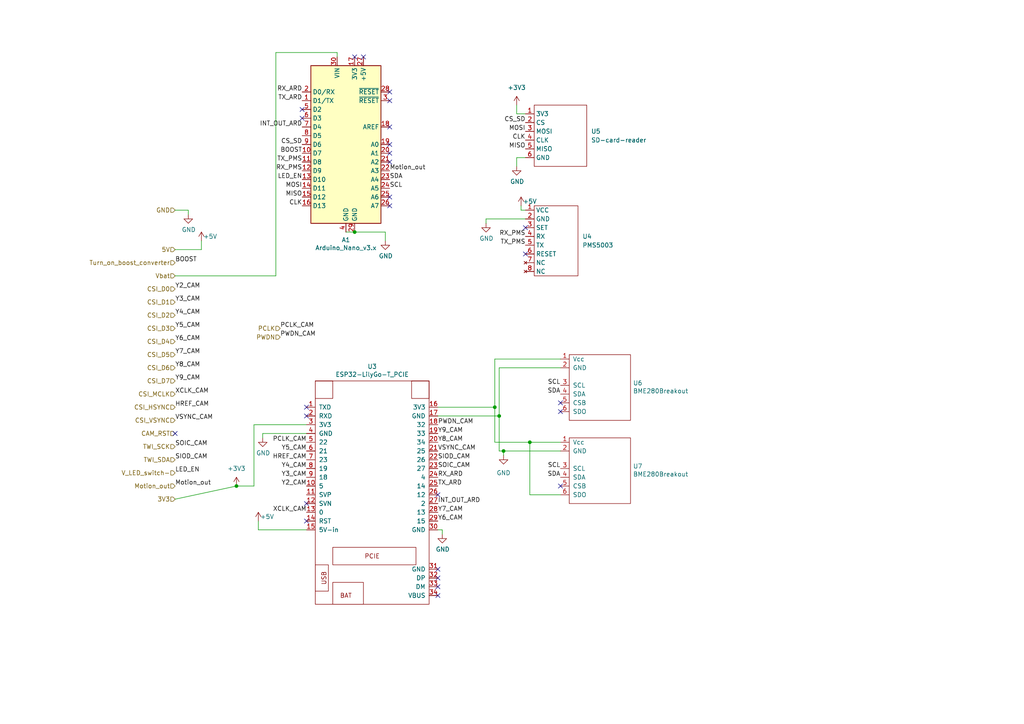
<source format=kicad_sch>
(kicad_sch (version 20211123) (generator eeschema)
  (paper "A4")
  (lib_symbols
    (symbol "MCU_Module:Arduino_Nano_v3.x"
      (property "Reference" "A" (at -10.16 23.495 0))
      (property "Value" "Arduino_Nano_v3.x" (at 5.08 -24.13 0))
      (symbol "Arduino_Nano_v3.x_0_1"
        (rectangle (start -10.16 22.86) (end 10.16 -22.86) (stroke (width 0.254)) (fill (type background)))
      )
      (symbol "Arduino_Nano_v3.x_1_1"
        (pin bidirectional line (at -12.7 12.7 0) (length 2.54) (name "D1/TX") (number "1"))
        (pin bidirectional line (at -12.7 -2.54 0) (length 2.54) (name "D7") (number "10"))
        (pin bidirectional line (at -12.7 -5.08 0) (length 2.54) (name "D8") (number "11"))
        (pin bidirectional line (at -12.7 -7.62 0) (length 2.54) (name "D9") (number "12"))
        (pin bidirectional line (at -12.7 -10.16 0) (length 2.54) (name "D10") (number "13"))
        (pin bidirectional line (at -12.7 -12.7 0) (length 2.54) (name "D11") (number "14"))
        (pin bidirectional line (at -12.7 -15.24 0) (length 2.54) (name "D12") (number "15"))
        (pin bidirectional line (at -12.7 -17.78 0) (length 2.54) (name "D13") (number "16"))
        (pin power_out line (at 2.54 25.4 270) (length 2.54) (name "3V3") (number "17"))
        (pin input line (at 12.7 5.08 180) (length 2.54) (name "AREF") (number "18"))
        (pin bidirectional line (at 12.7 0 180) (length 2.54) (name "A0") (number "19"))
        (pin bidirectional line (at -12.7 15.24 0) (length 2.54) (name "D0/RX") (number "2"))
        (pin bidirectional line (at 12.7 -2.54 180) (length 2.54) (name "A1") (number "20"))
        (pin bidirectional line (at 12.7 -5.08 180) (length 2.54) (name "A2") (number "21"))
        (pin bidirectional line (at 12.7 -7.62 180) (length 2.54) (name "A3") (number "22"))
        (pin bidirectional line (at 12.7 -10.16 180) (length 2.54) (name "A4") (number "23"))
        (pin bidirectional line (at 12.7 -12.7 180) (length 2.54) (name "A5") (number "24"))
        (pin bidirectional line (at 12.7 -15.24 180) (length 2.54) (name "A6") (number "25"))
        (pin bidirectional line (at 12.7 -17.78 180) (length 2.54) (name "A7") (number "26"))
        (pin power_out line (at 5.08 25.4 270) (length 2.54) (name "+5V") (number "27"))
        (pin input line (at 12.7 15.24 180) (length 2.54) (name "~{RESET}") (number "28"))
        (pin power_in line (at 2.54 -25.4 90) (length 2.54) (name "GND") (number "29"))
        (pin input line (at 12.7 12.7 180) (length 2.54) (name "~{RESET}") (number "3"))
        (pin power_in line (at -2.54 25.4 270) (length 2.54) (name "VIN") (number "30"))
        (pin power_in line (at 0 -25.4 90) (length 2.54) (name "GND") (number "4"))
        (pin bidirectional line (at -12.7 10.16 0) (length 2.54) (name "D2") (number "5"))
        (pin bidirectional line (at -12.7 7.62 0) (length 2.54) (name "D3") (number "6"))
        (pin bidirectional line (at -12.7 5.08 0) (length 2.54) (name "D4") (number "7"))
        (pin bidirectional line (at -12.7 2.54 0) (length 2.54) (name "D5") (number "8"))
        (pin bidirectional line (at -12.7 0 0) (length 2.54) (name "D6") (number "9"))
      )
    )
    (symbol "power:+3V3" (power) (pin_names (offset 0))
      (property "Value" "+3V3" (at 0 3.556 0))
      (symbol "+3V3_0_1"
        (polyline (pts (xy -0.762 1.27) (xy 0 2.54)))
        (polyline (pts (xy 0 0) (xy 0 2.54)))
        (polyline (pts (xy 0 2.54) (xy 0.762 1.27)))
      )
      (symbol "+3V3_1_1"
        (pin power_in line (at 0 0 90) (length 0) hide (name "+3V3") (number "1"))
      )
    )
    (symbol "power:+5V" (power) (pin_names (offset 0))
      (property "Value" "+5V" (at 0 3.556 0))
      (symbol "+5V_0_1"
        (polyline (pts (xy -0.762 1.27) (xy 0 2.54)))
        (polyline (pts (xy 0 0) (xy 0 2.54)))
        (polyline (pts (xy 0 2.54) (xy 0.762 1.27)))
      )
      (symbol "+5V_1_1"
        (pin power_in line (at 0 0 90) (length 0) hide (name "+5V") (number "1"))
      )
    )
    (symbol "power:GND" (power) (pin_names (offset 0))
      (property "Value" "GND" (at 0 -3.81 0))
      (symbol "GND_0_1"
        (polyline (pts (xy 0 0) (xy 0 -1.27) (xy 1.27 -1.27) (xy 0 -2.54) (xy -1.27 -1.27) (xy 0 -1.27)))
      )
      (symbol "GND_1_1"
        (pin power_in line (at 0 0 270) (length 0) hide (name "GND") (number "1"))
      )
    )
    (symbol "vogelhuisje_kicad-cache:PMS5003"
      (property "Reference" "U" (at 0 -12.7 0))
      (property "Value" "PMS5003" (at 0 10.16 0))
      (symbol "PMS5003_0_1"
        (rectangle (start -6.35 8.89) (end 6.35 -11.43))
      )
      (symbol "PMS5003_1_1"
        (pin power_in line (at -8.89 7.62 0) (length 2.54) (name "VCC") (number "1"))
        (pin power_in line (at -8.89 5.08 0) (length 2.54) (name "GND") (number "2"))
        (pin input line (at -8.89 2.54 0) (length 2.54) (name "SET") (number "3"))
        (pin input line (at -8.89 0 0) (length 2.54) (name "RX") (number "4"))
        (pin output line (at -8.89 -2.54 0) (length 2.54) (name "TX") (number "5"))
        (pin input line (at -8.89 -5.08 0) (length 2.54) (name "RESET") (number "6"))
        (pin no_connect line (at -8.89 -7.62 0) (length 2.54) (name "NC") (number "7"))
        (pin no_connect line (at -8.89 -10.16 0) (length 2.54) (name "NC") (number "8"))
      )
    )
    (symbol "vogelhuisje_kicad-cache:SD-card-reader"
      (property "Reference" "U5" (at 8.89 0.0001 0))
      (property "Value" "SD-card-reader" (at 8.89 -2.5399 0))
      (symbol "SD-card-reader_0_1"
        (rectangle (start -7.62 7.62) (end 7.62 -10.16))
      )
      (symbol "SD-card-reader_1_1"
        (pin power_in line (at -10.16 5.08 0) (length 2.54) (name "3V3") (number "1"))
        (pin input line (at -10.16 2.54 0) (length 2.54) (name "CS") (number "2"))
        (pin input line (at -10.16 0 0) (length 2.54) (name "MOSI") (number "3"))
        (pin input line (at -10.16 -2.54 0) (length 2.54) (name "CLK") (number "4"))
        (pin output line (at -10.16 -5.08 0) (length 2.54) (name "MISO") (number "5"))
        (pin power_in line (at -10.16 -7.62 0) (length 2.54) (name "GND") (number "6"))
      )
    )
    (symbol "voglehuisje_sensors_and_ESP:BME280Breakout" (pin_names (offset 1.016))
      (property "Reference" "U" (at 0 0 0))
      (property "Value" "voglehuisje_sensors_and_ESP_BME280Breakout" (at 0 3.81 0))
      (symbol "BME280Breakout_0_1"
        (rectangle (start 8.89 10.16) (end -8.89 -8.89))
      )
      (symbol "BME280Breakout_1_1"
        (pin input line (at -11.43 8.89 0) (length 2.54) (name "Vcc") (number "1"))
        (pin input line (at -11.43 6.35 0) (length 2.54) (name "GND") (number "2"))
        (pin bidirectional line (at -11.43 1.27 0) (length 2.54) (name "SCL") (number "3"))
        (pin bidirectional line (at -11.43 -1.27 0) (length 2.54) (name "SDA") (number "4"))
        (pin bidirectional line (at -11.43 -3.81 0) (length 2.54) (name "CSB") (number "5"))
        (pin bidirectional line (at -11.43 -6.35 0) (length 2.54) (name "SDO") (number "6"))
      )
    )
    (symbol "voglehuisje_sensors_and_ESP:ESP32-LilyGo-T_PCIE" (pin_names (offset 1.016))
      (property "Reference" "U3" (at 1.27 46.101 0))
      (property "Value" "ESP32-LilyGo-T_PCIE" (at 1.27 43.7896 0))
      (symbol "ESP32-LilyGo-T_PCIE_0_0"
        (text "BAT" (at -6.35 -20.32 0) (effects (font (size 1.27 1.27))))
        (text "PCIE" (at 1.27 -8.89 0) (effects (font (size 1.27 1.27))))
        (text "USB" (at -12.7 -15.24 900) (effects (font (size 1.27 1.27))))
      )
      (symbol "ESP32-LilyGo-T_PCIE_0_1"
        (rectangle (start -15.24 -11.43) (end -11.43 -19.05))
        (rectangle (start -15.24 41.91) (end -10.16 36.83))
        (rectangle (start -15.24 41.91) (end 17.78 -22.86))
        (rectangle (start -10.16 -22.86) (end -1.27 -16.51))
        (rectangle (start -10.16 -11.43) (end 13.97 -6.35))
        (rectangle (start 17.78 41.91) (end 12.7 36.83))
      )
      (symbol "ESP32-LilyGo-T_PCIE_1_1"
        (pin output line (at -17.78 34.29 0) (length 2.54) (name "TXD") (number "1"))
        (pin bidirectional line (at -17.78 11.43 0) (length 2.54) (name "5") (number "10"))
        (pin bidirectional line (at -17.78 8.89 0) (length 2.54) (name "SVP") (number "11"))
        (pin bidirectional line (at -17.78 6.35 0) (length 2.54) (name "SVN") (number "12"))
        (pin bidirectional line (at -17.78 3.81 0) (length 2.54) (name "0") (number "13"))
        (pin input line (at -17.78 1.27 0) (length 2.54) (name "RST") (number "14"))
        (pin power_in line (at -17.78 -1.27 0) (length 2.54) (name "5V-in") (number "15"))
        (pin power_out line (at 20.32 34.29 180) (length 2.54) (name "3V3") (number "16"))
        (pin power_out line (at 20.32 31.75 180) (length 2.54) (name "GND") (number "17"))
        (pin bidirectional line (at 20.32 29.21 180) (length 2.54) (name "32") (number "18"))
        (pin bidirectional line (at 20.32 26.67 180) (length 2.54) (name "33") (number "19"))
        (pin input line (at -17.78 31.75 0) (length 2.54) (name "RXD") (number "2"))
        (pin bidirectional line (at 20.32 24.13 180) (length 2.54) (name "34") (number "20"))
        (pin bidirectional line (at 20.32 21.59 180) (length 2.54) (name "25") (number "21"))
        (pin bidirectional line (at 20.32 19.05 180) (length 2.54) (name "26") (number "22"))
        (pin bidirectional line (at 20.32 16.51 180) (length 2.54) (name "27") (number "23"))
        (pin bidirectional line (at 20.32 13.97 180) (length 2.54) (name "4") (number "24"))
        (pin bidirectional line (at 20.32 11.43 180) (length 2.54) (name "14") (number "25"))
        (pin bidirectional line (at 20.32 8.89 180) (length 2.54) (name "12") (number "26"))
        (pin bidirectional line (at 20.32 6.35 180) (length 2.54) (name "2") (number "27"))
        (pin bidirectional line (at 20.32 3.81 180) (length 2.54) (name "13") (number "28"))
        (pin bidirectional line (at 20.32 1.27 180) (length 2.54) (name "15") (number "29"))
        (pin power_out line (at -17.78 29.21 0) (length 2.54) (name "3V3") (number "3"))
        (pin power_in line (at 20.32 -1.27 180) (length 2.54) (name "GND") (number "30"))
        (pin output line (at 20.32 -12.7 180) (length 2.54) (name "GND") (number "31"))
        (pin output line (at 20.32 -15.24 180) (length 2.54) (name "DP") (number "32"))
        (pin output line (at 20.32 -17.78 180) (length 2.54) (name "DM") (number "33"))
        (pin output line (at 20.32 -20.32 180) (length 2.54) (name "VBUS") (number "34"))
        (pin power_in line (at -17.78 26.67 0) (length 2.54) (name "GND") (number "4"))
        (pin bidirectional line (at -17.78 24.13 0) (length 2.54) (name "22") (number "5"))
        (pin bidirectional line (at -17.78 21.59 0) (length 2.54) (name "21") (number "6"))
        (pin bidirectional line (at -17.78 19.05 0) (length 2.54) (name "23") (number "7"))
        (pin bidirectional line (at -17.78 16.51 0) (length 2.54) (name "19") (number "8"))
        (pin bidirectional line (at -17.78 13.97 0) (length 2.54) (name "18") (number "9"))
      )
    )
  )
  (junction (at 153.67 128.27))
  (junction (at 68.58 140.97))
  (junction (at 102.87 67.31))
  (junction (at 143.51 118.11))
  (junction (at 146.05 130.81))
  (junction (at 144.78 120.65))
  (no_connect (at 127 143.51))
  (no_connect (at 50.8 125.73))
  (no_connect (at 88.9 151.13))
  (no_connect (at 88.9 146.05))
  (no_connect (at 127 165.1))
  (no_connect (at 127 167.64))
  (no_connect (at 127 170.18))
  (no_connect (at 127 172.72))
  (no_connect (at 113.03 46.99))
  (no_connect (at 113.03 59.69))
  (no_connect (at 113.03 57.15))
  (no_connect (at 113.03 26.67))
  (no_connect (at 113.03 29.21))
  (no_connect (at 113.03 36.83))
  (no_connect (at 113.03 41.91))
  (no_connect (at 113.03 44.45))
  (no_connect (at 87.63 34.29))
  (no_connect (at 87.63 31.75))
  (no_connect (at 102.87 16.51))
  (no_connect (at 152.4 66.04))
  (no_connect (at 152.4 73.66))
  (no_connect (at 105.41 16.51))
  (no_connect (at 162.56 119.38))
  (no_connect (at 162.56 116.84))
  (no_connect (at 162.56 140.97))
  (no_connect (at 88.9 118.11))
  (no_connect (at 88.9 120.65))
  (wire (pts (xy 143.51 128.27) (xy 153.67 128.27)))
  (wire (pts (xy 97.79 15.24) (xy 97.79 16.51)))
  (wire (pts (xy 100.33 67.31) (xy 102.87 67.31)))
  (wire (pts (xy 153.67 143.51) (xy 162.56 143.51)))
  (wire (pts (xy 144.78 130.81) (xy 146.05 130.81)))
  (wire (pts (xy 50.8 80.01) (xy 80.01 80.01)))
  (wire (pts (xy 149.86 30.48) (xy 149.86 33.02)))
  (wire (pts (xy 149.86 45.72) (xy 149.86 48.26)))
  (wire (pts (xy 140.97 63.5) (xy 152.4 63.5)))
  (wire (pts (xy 143.51 104.14) (xy 162.56 104.14)))
  (wire (pts (xy 128.27 153.67) (xy 127 153.67)))
  (wire (pts (xy 58.42 72.39) (xy 58.42 69.85)))
  (wire (pts (xy 73.66 140.97) (xy 73.66 123.19)))
  (wire (pts (xy 149.86 33.02) (xy 152.4 33.02)))
  (wire (pts (xy 140.97 63.5) (xy 140.97 64.77)))
  (wire (pts (xy 74.93 151.13) (xy 74.93 153.67)))
  (wire (pts (xy 152.4 45.72) (xy 149.86 45.72)))
  (wire (pts (xy 102.87 67.31) (xy 111.76 67.31)))
  (wire (pts (xy 144.78 106.68) (xy 162.56 106.68)))
  (wire (pts (xy 76.2 127) (xy 76.2 125.73)))
  (wire (pts (xy 54.61 60.96) (xy 54.61 62.23)))
  (wire (pts (xy 50.8 72.39) (xy 58.42 72.39)))
  (wire (pts (xy 151.13 60.96) (xy 152.4 60.96)))
  (wire (pts (xy 74.93 153.67) (xy 88.9 153.67)))
  (wire (pts (xy 128.27 154.94) (xy 128.27 153.67)))
  (wire (pts (xy 76.2 125.73) (xy 88.9 125.73)))
  (wire (pts (xy 153.67 128.27) (xy 153.67 143.51)))
  (wire (pts (xy 151.13 59.69) (xy 151.13 60.96)))
  (wire (pts (xy 73.66 123.19) (xy 88.9 123.19)))
  (wire (pts (xy 146.05 132.08) (xy 146.05 130.81)))
  (wire (pts (xy 80.01 15.24) (xy 97.79 15.24)))
  (wire (pts (xy 144.78 120.65) (xy 144.78 106.68)))
  (wire (pts (xy 146.05 130.81) (xy 162.56 130.81)))
  (wire (pts (xy 68.58 140.97) (xy 73.66 140.97)))
  (wire (pts (xy 153.67 128.27) (xy 162.56 128.27)))
  (wire (pts (xy 127 118.11) (xy 143.51 118.11)))
  (wire (pts (xy 111.76 67.31) (xy 111.76 69.85)))
  (wire (pts (xy 127 120.65) (xy 144.78 120.65)))
  (wire (pts (xy 50.8 60.96) (xy 54.61 60.96)))
  (wire (pts (xy 143.51 118.11) (xy 143.51 104.14)))
  (wire (pts (xy 144.78 120.65) (xy 144.78 130.81)))
  (wire (pts (xy 80.01 15.24) (xy 80.01 80.01)))
  (wire (pts (xy 50.8 144.78) (xy 68.58 140.97)))
  (wire (pts (xy 143.51 118.11) (xy 143.51 128.27)))
  (label "Y9_CAM" (at 50.8 110.49 0))
  (label "CLK" (at 152.4 40.64 180))
  (label "RX_ARD" (at 127 138.43 0))
  (label "Y8_CAM" (at 127 128.27 0))
  (label "Y3_CAM" (at 50.8 87.63 0))
  (label "SDA" (at 162.56 114.3 180))
  (label "TX_PMS" (at 87.63 46.99 180))
  (label "LED_EN" (at 87.63 52.07 180))
  (label "SCL" (at 113.03 54.61 0))
  (label "BOOST" (at 87.63 44.45 180))
  (label "XCLK_CAM" (at 88.9 148.59 180))
  (label "RX_PMS" (at 87.63 49.53 180))
  (label "TX_PMS" (at 152.4 71.12 180))
  (label "Y7_CAM" (at 127 148.59 0))
  (label "MOSI" (at 87.63 54.61 180))
  (label "Y6_CAM" (at 127 151.13 0))
  (label "Y3_CAM" (at 88.9 138.43 180))
  (label "MISO" (at 87.63 57.15 180))
  (label "CS_SD" (at 152.4 35.56 180))
  (label "MISO" (at 152.4 43.18 180))
  (label "RX_ARD" (at 87.63 26.67 180))
  (label "INT_OUT_ARD" (at 87.63 36.83 180))
  (label "Motion_out" (at 50.8 140.97 0))
  (label "HREF_CAM" (at 88.9 133.35 180))
  (label "TX_ARD" (at 87.63 29.21 180))
  (label "Y7_CAM" (at 50.8 102.87 0))
  (label "XCLK_CAM" (at 50.8 114.3 0))
  (label "SOIC_CAM" (at 127 135.89 0))
  (label "VSYNC_CAM" (at 127 130.81 0))
  (label "SIOD_CAM" (at 50.8 133.35 0))
  (label "Y5_CAM" (at 50.8 95.25 0))
  (label "Y4_CAM" (at 50.8 91.44 0))
  (label "Y8_CAM" (at 50.8 106.68 0))
  (label "CS_SD" (at 87.63 41.91 180))
  (label "SDA" (at 162.56 138.43 180))
  (label "LED_EN" (at 50.8 137.16 0))
  (label "PCLK_CAM" (at 88.9 128.27 180))
  (label "Y2_CAM" (at 88.9 140.97 180))
  (label "PCLK_CAM" (at 81.28 95.25 0))
  (label "TX_ARD" (at 127 140.97 0))
  (label "SDA" (at 113.03 52.07 0))
  (label "CLK" (at 87.63 59.69 180))
  (label "VSYNC_CAM" (at 50.8 121.92 0))
  (label "Y5_CAM" (at 88.9 130.81 180))
  (label "Y2_CAM" (at 50.8 83.82 0))
  (label "SOIC_CAM" (at 50.8 129.54 0))
  (label "HREF_CAM" (at 50.8 118.11 0))
  (label "Y6_CAM" (at 50.8 99.06 0))
  (label "Motion_out" (at 113.03 49.53 0))
  (label "PWDN_CAM" (at 81.28 97.79 0))
  (label "PWDN_CAM" (at 127 123.19 0))
  (label "MOSI" (at 152.4 38.1 180))
  (label "BOOST" (at 50.8 76.2 0))
  (label "INT_OUT_ARD" (at 127 146.05 0))
  (label "Y4_CAM" (at 88.9 135.89 180))
  (label "SCL" (at 162.56 135.89 180))
  (label "SCL" (at 162.56 111.76 180))
  (label "RX_PMS" (at 152.4 68.58 180))
  (label "Y9_CAM" (at 127 125.73 0))
  (label "SIOD_CAM" (at 127 133.35 0))
  (hierarchical_label "3V3" (shape input) (at 50.8 144.78 180))
  (hierarchical_label "PCLK" (shape input) (at 81.28 95.25 180))
  (hierarchical_label "GND" (shape input) (at 50.8 60.96 180))
  (hierarchical_label "PWDN" (shape input) (at 81.28 97.79 180))
  (hierarchical_label "CSI_HSYNC" (shape input) (at 50.8 118.11 180))
  (hierarchical_label "CSI_VSYNC" (shape input) (at 50.8 121.92 180))
  (hierarchical_label "Vbat" (shape input) (at 50.8 80.01 180))
  (hierarchical_label "Motion_out" (shape input) (at 50.8 140.97 180))
  (hierarchical_label "Turn_on_boost_converter" (shape input) (at 50.8 76.2 180))
  (hierarchical_label "CSI_D4" (shape input) (at 50.8 99.06 180))
  (hierarchical_label "CSI_D3" (shape input) (at 50.8 95.25 180))
  (hierarchical_label "CSI_MCLK" (shape input) (at 50.8 114.3 180))
  (hierarchical_label "CAM_RST" (shape input) (at 50.8 125.73 180))
  (hierarchical_label "V_LED_switch-" (shape input) (at 50.8 137.16 180))
  (hierarchical_label "5V" (shape input) (at 50.8 72.39 180))
  (hierarchical_label "TWI_SDA" (shape input) (at 50.8 133.35 180))
  (hierarchical_label "CSI_D7" (shape input) (at 50.8 110.49 180))
  (hierarchical_label "CSI_D1" (shape input) (at 50.8 87.63 180))
  (hierarchical_label "CSI_D2" (shape input) (at 50.8 91.44 180))
  (hierarchical_label "TWI_SCK" (shape input) (at 50.8 129.54 180))
  (hierarchical_label "CSI_D5" (shape input) (at 50.8 102.87 180))
  (hierarchical_label "CSI_D0" (shape input) (at 50.8 83.82 180))
  (hierarchical_label "CSI_D6" (shape input) (at 50.8 106.68 180))
  (symbol (lib_id "MCU_Module:Arduino_Nano_v3.x") (at 100.33 41.91 0) (unit 1)
    (property "Reference" "A1" (at 100.33 69.5706 0))
    (property "Value" "Arduino_Nano_v3.x" (at 100.33 71.882 0))
    (property "Footprint" "Module:Arduino_Nano" (effects hide))
    (property "Datasheet" "http://www.mouser.com/pdfdocs/Gravitech_Arduino_Nano3_0.pdf" (effects hide))
  )
  (symbol (lib_id "voglehuisje_sensors_and_ESP:ESP32-LilyGo-T_PCIE") (at 106.68 152.4 0) (unit 1)
    (property "Reference" "U3" (at 107.95 106.299 0))
    (property "Value" "ESP32-LilyGo-T_PCIE" (at 107.95 108.6104 0))
    (property "Footprint" "components:Lilygo_T_PCIE" (effects hide))
  )
  (symbol (lib_id "voglehuisje_sensors_and_ESP:BME280Breakout") (at 173.99 113.03 0) (unit 1)
    (property "Reference" "U6" (at 183.5912 111.0996 0) (effects (justify left)))
    (property "Value" "BME280Breakout" (at 183.5912 113.411 0) (effects (justify left)))
    (property "Footprint" "Connector_PinHeader_2.54mm:PinHeader_1x06_P2.54mm_Vertical" (effects hide))
  )
  (symbol (lib_id "voglehuisje_sensors_and_ESP:BME280Breakout") (at 173.99 137.16 0) (unit 1)
    (property "Reference" "U7" (at 183.5912 135.2296 0) (effects (justify left)))
    (property "Value" "BME280Breakout" (at 183.5912 137.541 0) (effects (justify left)))
    (property "Footprint" "Connector_PinHeader_2.54mm:PinHeader_1x06_P2.54mm_Vertical" (effects hide))
  )
  (symbol (lib_id "power:GND") (at 128.27 154.94 0) (unit 1)
    (property "Reference" "#PWR0119" (effects hide))
    (property "Value" "GND" (at 128.397 159.3342 0))
  )
  (symbol (lib_id "power:GND") (at 76.2 127 0) (unit 1)
    (property "Reference" "#PWR0117" (effects hide))
    (property "Value" "GND" (at 76.327 131.3942 0))
  )
  (symbol (lib_id "power:GND") (at 111.76 69.85 0) (unit 1)
    (property "Reference" "#PWR0111" (effects hide))
    (property "Value" "GND" (at 111.887 74.2442 0))
  )
  (symbol (lib_id "power:+3V3") (at 68.58 140.97 0) (unit 1)
    (property "Reference" "#PWR0116" (effects hide))
    (property "Value" "+3V3" (at 68.58 135.89 0))
  )
  (symbol (lib_id "power:+3V3") (at 149.86 30.48 0) (unit 1)
    (property "Reference" "#PWR0112" (effects hide))
    (property "Value" "+3V3" (at 149.86 25.4 0))
  )
  (symbol (lib_id "power:+5V") (at 58.42 69.85 0) (unit 1)
    (property "Reference" "#PWR0102" (effects hide))
    (property "Value" "+5V" (at 60.96 68.58 0))
  )
  (symbol (lib_id "vogelhuisje_kicad-cache:SD-card-reader") (at 162.56 38.1 0) (unit 1)
    (property "Reference" "U5" (at 171.45 38.0999 0) (effects (justify left)))
    (property "Value" "SD-card-reader" (at 171.45 40.6399 0) (effects (justify left)))
    (property "Footprint" "Connector_PinSocket_2.54mm:PinSocket_1x06_P2.54mm_Vertical" (effects hide))
  )
  (symbol (lib_id "vogelhuisje_kicad-cache:PMS5003") (at 161.29 68.58 0) (unit 1)
    (property "Reference" "U4" (at 168.91 68.5799 0) (effects (justify left)))
    (property "Value" "PMS5003" (at 168.91 71.1199 0) (effects (justify left)))
    (property "Footprint" "Connector_PinSocket_2.54mm:PinSocket_1x08_P2.54mm_Vertical" (effects hide))
  )
  (symbol (lib_id "power:GND") (at 146.05 132.08 0) (unit 1)
    (property "Reference" "#PWR0105" (effects hide))
    (property "Value" "GND" (at 146.05 137.16 0))
  )
  (symbol (lib_id "power:GND") (at 140.97 64.77 0) (unit 1)
    (property "Reference" "#PWR0113" (effects hide))
    (property "Value" "GND" (at 141.097 69.1642 0))
  )
  (symbol (lib_id "power:GND") (at 149.86 48.26 0) (unit 1)
    (property "Reference" "#PWR0114" (effects hide))
    (property "Value" "GND" (at 149.987 52.6542 0))
  )
  (symbol (lib_id "power:+5V") (at 151.13 59.69 0) (unit 1)
    (property "Reference" "#PWR0115" (effects hide))
    (property "Value" "+5V" (at 153.67 58.42 0))
  )
  (symbol (lib_id "power:+5V") (at 74.93 151.13 0) (unit 1)
    (property "Reference" "#PWR0109" (effects hide))
    (property "Value" "+5V" (at 77.47 149.86 0))
  )
  (symbol (lib_id "power:GND") (at 54.61 62.23 0) (unit 1)
    (property "Reference" "#PWR0108" (effects hide))
    (property "Value" "GND" (at 54.737 66.6242 0))
  )
)
</source>
